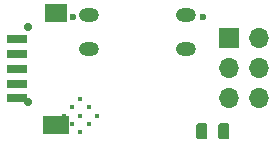
<source format=gbr>
G04 #@! TF.GenerationSoftware,KiCad,Pcbnew,(5.99.0-417-g8bd2765f3)*
G04 #@! TF.CreationDate,2020-07-20T21:20:45-04:00*
G04 #@! TF.ProjectId,bias,62696173-2e6b-4696-9361-645f70636258,rev?*
G04 #@! TF.SameCoordinates,Original*
G04 #@! TF.FileFunction,Soldermask,Bot*
G04 #@! TF.FilePolarity,Negative*
%FSLAX46Y46*%
G04 Gerber Fmt 4.6, Leading zero omitted, Abs format (unit mm)*
G04 Created by KiCad (PCBNEW (5.99.0-417-g8bd2765f3)) date 2020-07-20 21:20:45*
%MOMM*%
%LPD*%
G04 APERTURE LIST*
%ADD10C,0.704800*%
%ADD11C,0.400000*%
%ADD12R,2.209800X1.600200*%
%ADD13R,1.905000X1.600200*%
%ADD14R,1.778000X0.711200*%
%ADD15C,0.600000*%
%ADD16O,1.700000X1.200000*%
%ADD17R,1.700000X1.700000*%
%ADD18O,1.700000X1.700000*%
G04 APERTURE END LIST*
D10*
X190359200Y-97255400D03*
X190359200Y-103605400D03*
D11*
X194822334Y-103352874D03*
X195529441Y-104059981D03*
X196236548Y-104767087D03*
X194115228Y-104059981D03*
X194822334Y-104767087D03*
X195529441Y-105474194D03*
X193408121Y-104767087D03*
X194115228Y-105474194D03*
X194822334Y-106181301D03*
D12*
X192760600Y-105562400D03*
D13*
X192760600Y-96062800D03*
D14*
X189458600Y-98312600D03*
X189458600Y-99562600D03*
X189458600Y-100812600D03*
X189458600Y-102062600D03*
X189458600Y-103312600D03*
D15*
X194159240Y-96372680D03*
X205159240Y-96372680D03*
D16*
X195559240Y-96202680D03*
X203759239Y-96202680D03*
X195559240Y-99142680D03*
X203759239Y-99142680D03*
G36*
X207293929Y-105388954D02*
G01*
X207373007Y-105441793D01*
X207425846Y-105520871D01*
X207444400Y-105614150D01*
X207444400Y-106526650D01*
X207425846Y-106619929D01*
X207373007Y-106699007D01*
X207293929Y-106751846D01*
X207200650Y-106770400D01*
X206713150Y-106770400D01*
X206619871Y-106751846D01*
X206540793Y-106699007D01*
X206487954Y-106619929D01*
X206469400Y-106526650D01*
X206469400Y-105614150D01*
X206487954Y-105520871D01*
X206540793Y-105441793D01*
X206619871Y-105388954D01*
X206713150Y-105370400D01*
X207200650Y-105370400D01*
X207293929Y-105388954D01*
G37*
G36*
X205418929Y-105388954D02*
G01*
X205498007Y-105441793D01*
X205550846Y-105520871D01*
X205569400Y-105614150D01*
X205569400Y-106526650D01*
X205550846Y-106619929D01*
X205498007Y-106699007D01*
X205418929Y-106751846D01*
X205325650Y-106770400D01*
X204838150Y-106770400D01*
X204744871Y-106751846D01*
X204665793Y-106699007D01*
X204612954Y-106619929D01*
X204594400Y-106526650D01*
X204594400Y-105614150D01*
X204612954Y-105520871D01*
X204665793Y-105441793D01*
X204744871Y-105388954D01*
X204838150Y-105370400D01*
X205325650Y-105370400D01*
X205418929Y-105388954D01*
G37*
D17*
X207391000Y-98196400D03*
D18*
X209931000Y-98196400D03*
X207391000Y-100736400D03*
X209931000Y-100736400D03*
X207391000Y-103276400D03*
X209931000Y-103276400D03*
M02*

</source>
